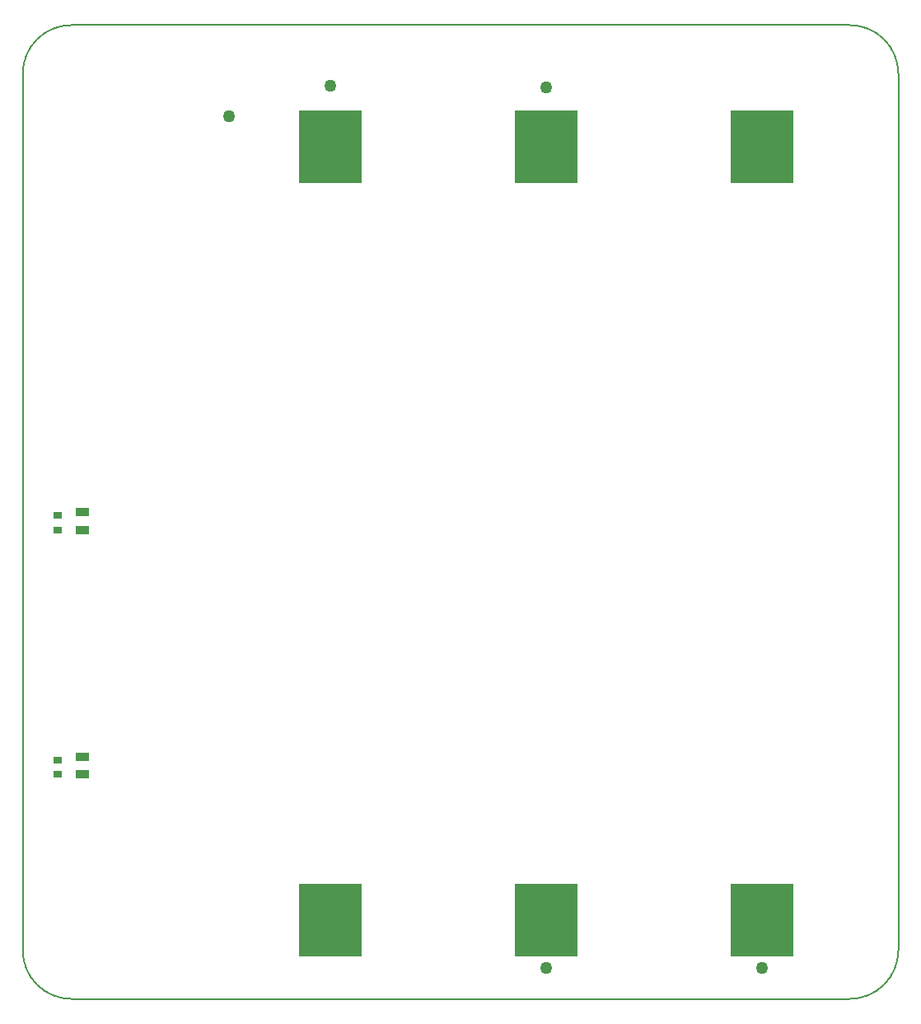
<source format=gbp>
G04*
G04 #@! TF.GenerationSoftware,Altium Limited,Altium Designer,21.1.1 (26)*
G04*
G04 Layer_Color=128*
%FSLAX25Y25*%
%MOIN*%
G70*
G04*
G04 #@! TF.SameCoordinates,5AD375DC-C50E-4051-8569-BF36B36DD858*
G04*
G04*
G04 #@! TF.FilePolarity,Positive*
G04*
G01*
G75*
%ADD13C,0.00591*%
%ADD16C,0.05000*%
%ADD19R,0.05315X0.03740*%
%ADD21R,0.03543X0.02559*%
%ADD77R,0.25472X0.29370*%
D13*
X354331Y374016D02*
G03*
X334646Y393701I-19685J0D01*
G01*
Y0D02*
G03*
X354331Y19685I0J19685D01*
G01*
X19685Y393701D02*
G03*
X0Y374016I0J-19685D01*
G01*
X0Y19685D02*
G03*
X19685Y0I19685J0D01*
G01*
X354331Y19685D02*
Y374016D01*
X19685Y0D02*
X334646D01*
X0Y19685D02*
Y374016D01*
X19685Y393701D02*
X334646D01*
D16*
X299213Y12480D02*
D03*
X211862Y368516D02*
D03*
Y12480D02*
D03*
X124508Y369304D02*
D03*
X83563Y356791D02*
D03*
D19*
X24016Y196812D02*
D03*
Y189529D02*
D03*
Y90703D02*
D03*
Y97986D02*
D03*
D21*
X14016Y90703D02*
D03*
Y96608D02*
D03*
Y189578D02*
D03*
Y195484D02*
D03*
D77*
X124508Y32008D02*
D03*
Y344370D02*
D03*
X299213Y32008D02*
D03*
Y344370D02*
D03*
X211862D02*
D03*
Y32008D02*
D03*
M02*

</source>
